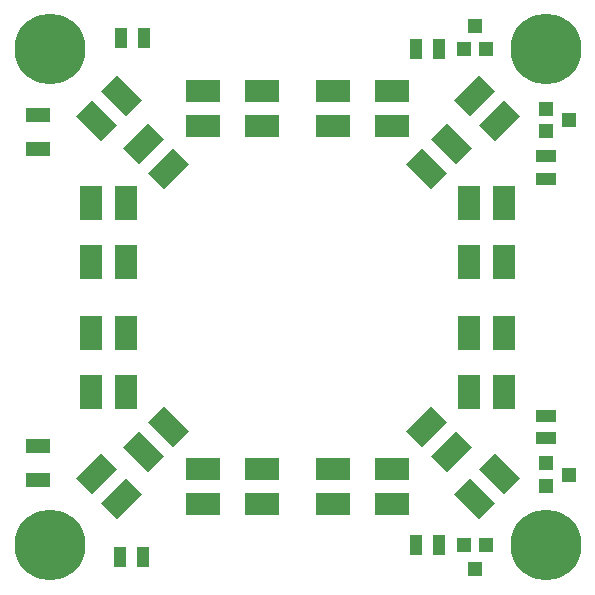
<source format=gts>
G04 #@! TF.GenerationSoftware,KiCad,Pcbnew,(5.99.0-492-g30da2b31e)*
G04 #@! TF.CreationDate,2019-12-11T09:51:52+01:00*
G04 #@! TF.ProjectId,LED_Panel_Flat,4c45445f-5061-46e6-956c-5f466c61742e,rev?*
G04 #@! TF.SameCoordinates,Original*
G04 #@! TF.FileFunction,Soldermask,Top*
G04 #@! TF.FilePolarity,Negative*
%FSLAX46Y46*%
G04 Gerber Fmt 4.6, Leading zero omitted, Abs format (unit mm)*
G04 Created by KiCad (PCBNEW (5.99.0-492-g30da2b31e)) date 2019-12-11 09:51:52*
%MOMM*%
%LPD*%
G04 APERTURE LIST*
%ADD10C,6.000000*%
%ADD11R,1.700000X1.100000*%
%ADD12R,1.100000X1.700000*%
%ADD13R,2.100000X1.300000*%
%ADD14R,1.300000X1.200000*%
%ADD15R,1.200000X1.300000*%
%ADD16R,1.900000X3.000000*%
%ADD17R,3.000000X1.900000*%
G04 APERTURE END LIST*
D10*
X160000000Y-113000000D03*
X160000000Y-71000000D03*
D11*
X160000000Y-103950000D03*
X160000000Y-102050000D03*
D12*
X150950000Y-113000000D03*
X149050000Y-113000000D03*
X150950000Y-71000000D03*
X149050000Y-71000000D03*
D11*
X160000000Y-80050000D03*
X160000000Y-81950000D03*
D12*
X125950000Y-70000000D03*
X124050000Y-70000000D03*
D13*
X117000000Y-76550000D03*
X117000000Y-79450000D03*
D12*
X125900000Y-114000000D03*
X124000000Y-114000000D03*
D13*
X117000000Y-107450000D03*
X117000000Y-104550000D03*
D14*
X160000000Y-106050000D03*
X160000000Y-107950000D03*
X162000000Y-107000000D03*
D15*
X154950000Y-113000000D03*
X153050000Y-113000000D03*
X154000000Y-115000000D03*
X153050000Y-71000000D03*
X154950000Y-71000000D03*
X154000000Y-69000000D03*
D14*
X160000000Y-76050000D03*
X160000000Y-77950000D03*
X162000000Y-77000000D03*
D10*
X118000000Y-71000000D03*
X118000000Y-113000000D03*
D16*
X156500000Y-84000000D03*
X153500000Y-84000000D03*
X156500000Y-89000000D03*
X153500000Y-89000000D03*
X156500000Y-95000000D03*
X153500000Y-95000000D03*
X156500000Y-100000000D03*
X153500000Y-100000000D03*
G36*
X152206928Y-75328249D02*
G01*
X154328249Y-73206928D01*
X155671752Y-74550431D01*
X153550431Y-76671752D01*
X152206928Y-75328249D01*
G37*
G36*
X154328248Y-77449569D02*
G01*
X156449569Y-75328248D01*
X157793072Y-76671751D01*
X155671751Y-78793072D01*
X154328248Y-77449569D01*
G37*
G36*
X151671751Y-77206928D02*
G01*
X153793072Y-79328249D01*
X152449569Y-80671752D01*
X150328248Y-78550431D01*
X151671751Y-77206928D01*
G37*
G36*
X149550431Y-79328248D02*
G01*
X151671752Y-81449569D01*
X150328249Y-82793072D01*
X148206928Y-80671751D01*
X149550431Y-79328248D01*
G37*
G36*
X155671751Y-105206928D02*
G01*
X157793072Y-107328249D01*
X156449569Y-108671752D01*
X154328248Y-106550431D01*
X155671751Y-105206928D01*
G37*
G36*
X153550431Y-107328248D02*
G01*
X155671752Y-109449569D01*
X154328249Y-110793072D01*
X152206928Y-108671751D01*
X153550431Y-107328248D01*
G37*
G36*
X153793072Y-104671751D02*
G01*
X151671751Y-106793072D01*
X150328248Y-105449569D01*
X152449569Y-103328248D01*
X153793072Y-104671751D01*
G37*
G36*
X151671752Y-102550431D02*
G01*
X149550431Y-104671752D01*
X148206928Y-103328249D01*
X150328249Y-101206928D01*
X151671752Y-102550431D01*
G37*
D17*
X142000000Y-74500000D03*
X142000000Y-77500000D03*
X147000000Y-74500000D03*
X147000000Y-77500000D03*
X147000000Y-109500000D03*
X147000000Y-106500000D03*
X142000000Y-109500000D03*
X142000000Y-106500000D03*
X131000000Y-74500000D03*
X131000000Y-77500000D03*
X136000000Y-74500000D03*
X136000000Y-77500000D03*
X136000000Y-109500000D03*
X136000000Y-106500000D03*
X131000000Y-109500000D03*
X131000000Y-106500000D03*
G36*
X122328249Y-78793072D02*
G01*
X120206928Y-76671751D01*
X121550431Y-75328248D01*
X123671752Y-77449569D01*
X122328249Y-78793072D01*
G37*
G36*
X124449569Y-76671752D02*
G01*
X122328248Y-74550431D01*
X123671751Y-73206928D01*
X125793072Y-75328249D01*
X124449569Y-76671752D01*
G37*
G36*
X124206928Y-79328249D02*
G01*
X126328249Y-77206928D01*
X127671752Y-78550431D01*
X125550431Y-80671752D01*
X124206928Y-79328249D01*
G37*
G36*
X126328248Y-81449569D02*
G01*
X128449569Y-79328248D01*
X129793072Y-80671751D01*
X127671751Y-82793072D01*
X126328248Y-81449569D01*
G37*
G36*
X125793072Y-108671751D02*
G01*
X123671751Y-110793072D01*
X122328248Y-109449569D01*
X124449569Y-107328248D01*
X125793072Y-108671751D01*
G37*
G36*
X123671752Y-106550431D02*
G01*
X121550431Y-108671752D01*
X120206928Y-107328249D01*
X122328249Y-105206928D01*
X123671752Y-106550431D01*
G37*
G36*
X126328249Y-106793072D02*
G01*
X124206928Y-104671751D01*
X125550431Y-103328248D01*
X127671752Y-105449569D01*
X126328249Y-106793072D01*
G37*
G36*
X128449569Y-104671752D02*
G01*
X126328248Y-102550431D01*
X127671751Y-101206928D01*
X129793072Y-103328249D01*
X128449569Y-104671752D01*
G37*
D16*
X121500000Y-89000000D03*
X124500000Y-89000000D03*
X121500000Y-84000000D03*
X124500000Y-84000000D03*
X121500000Y-100000000D03*
X124500000Y-100000000D03*
X121500000Y-95000000D03*
X124500000Y-95000000D03*
M02*

</source>
